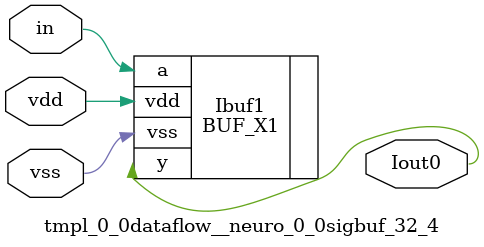
<source format=v>
module tmpl_0_0dataflow__neuro_0_0sigbuf_32_4(in, Iout0 , vdd, vss); 
   input vdd;
   input vss;
   input in;
   

// -- signals ---
   output Iout0 ;
   wire in;

// --- instances
BUF_X1 Ibuf1  (.y(Iout0 ), .a(in), .vdd(vdd), .vss(vss));
endmodule
</source>
